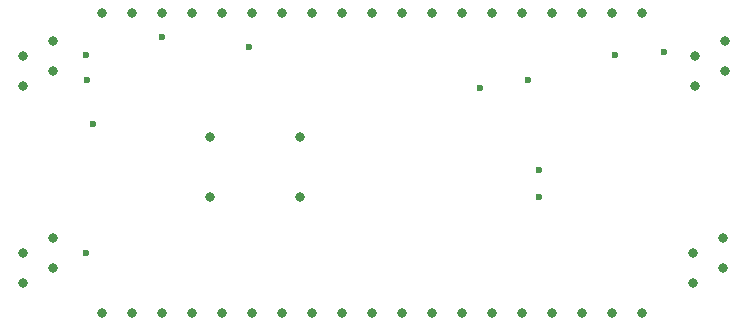
<source format=gbr>
%TF.GenerationSoftware,KiCad,Pcbnew,(7.0.0)*%
%TF.CreationDate,2023-03-01T15:25:45+01:00*%
%TF.ProjectId,VR-Shield,56522d53-6869-4656-9c64-2e6b69636164,v02*%
%TF.SameCoordinates,Original*%
%TF.FileFunction,Plated,1,2,PTH,Drill*%
%TF.FilePolarity,Positive*%
%FSLAX46Y46*%
G04 Gerber Fmt 4.6, Leading zero omitted, Abs format (unit mm)*
G04 Created by KiCad (PCBNEW (7.0.0)) date 2023-03-01 15:25:45*
%MOMM*%
%LPD*%
G01*
G04 APERTURE LIST*
%TA.AperFunction,ViaDrill*%
%ADD10C,0.600000*%
%TD*%
%TA.AperFunction,ComponentDrill*%
%ADD11C,0.800000*%
%TD*%
%TA.AperFunction,ComponentDrill*%
%ADD12C,0.812800*%
%TD*%
G04 APERTURE END LIST*
D10*
X21844000Y-19177000D03*
X21844000Y-35941000D03*
X21971000Y-21336000D03*
X22479000Y-25019000D03*
X28321000Y-17653000D03*
X35687000Y-18542000D03*
X55245000Y-21971000D03*
X59309000Y-21292500D03*
X60198000Y-28956000D03*
X60198000Y-31242000D03*
X66675000Y-19213752D03*
X70858442Y-18921382D03*
D11*
%TO.C,P2*%
X16510000Y-19304000D03*
X16510000Y-21844000D03*
%TO.C,P3*%
X16510000Y-35941000D03*
X16510000Y-38481000D03*
%TO.C,P2*%
X19050000Y-18034000D03*
X19050000Y-20574000D03*
%TO.C,P3*%
X19050000Y-34671000D03*
X19050000Y-37211000D03*
%TO.C,U1*%
X23241000Y-15621000D03*
X23241000Y-41021000D03*
X25781000Y-15621000D03*
X25781000Y-41021000D03*
X28321000Y-15621000D03*
X28321000Y-41021000D03*
X30861000Y-15621000D03*
X30861000Y-41021000D03*
X33401000Y-15621000D03*
X33401000Y-41021000D03*
X35941000Y-15621000D03*
X35941000Y-41021000D03*
X38481000Y-15621000D03*
X38481000Y-41021000D03*
X41021000Y-15621000D03*
X41021000Y-41021000D03*
X43561000Y-15621000D03*
X43561000Y-41021000D03*
X46101000Y-15621000D03*
X46101000Y-41021000D03*
X48641000Y-15621000D03*
X48641000Y-41021000D03*
X51181000Y-15621000D03*
X51181000Y-41021000D03*
X53721000Y-15621000D03*
X53721000Y-41021000D03*
X56261000Y-15621000D03*
X56261000Y-41021000D03*
X58801000Y-15621000D03*
X58801000Y-41021000D03*
X61341000Y-15621000D03*
X61341000Y-41021000D03*
X63881000Y-15621000D03*
X63881000Y-41021000D03*
X66418280Y-15624680D03*
X66421000Y-41021000D03*
X68958280Y-15624680D03*
X68961000Y-41021000D03*
%TO.C,P4*%
X73279000Y-35941000D03*
X73279000Y-38481000D03*
%TO.C,P1*%
X73406000Y-19304000D03*
X73406000Y-21844000D03*
%TO.C,P4*%
X75819000Y-34671000D03*
X75819000Y-37211000D03*
%TO.C,P1*%
X75946000Y-18034000D03*
X75946000Y-20574000D03*
D12*
%TO.C,CB1*%
X32385000Y-26162000D03*
X32385000Y-31242000D03*
X40005000Y-26162000D03*
X40005000Y-31242000D03*
M02*

</source>
